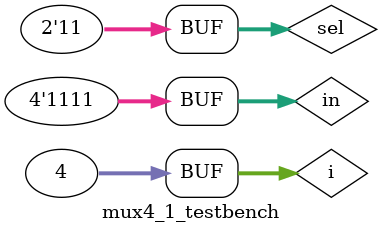
<source format=sv>
`timescale 1ns/10ps
module mux4_1(out, in, sel);
 output logic out;
 input logic [3:0] in;
 input logic [1:0] sel;

 logic v0, v1;

 mux2_1 m0 (.out(v0), .in(in[1:0]), .sel(sel[0]));
 mux2_1 m1 (.out(v1), .in(in[3:2]),  .sel(sel[0]));
 mux2_1 m  (.out, .in({v1, v0}), .sel(sel[1]));
endmodule

module mux4_1_testbench();
 logic [3:0] in;
 logic [1:0] sel;
 logic out;

 mux4_1 dut (.out, .in, .sel);
 
 integer i;
 initial begin
	 for (i = 0; i < 4; i++) begin
		sel = i;
		in[i] = 0; #10;
		in[i] = 1; #10;
	end

 end
endmodule

</source>
